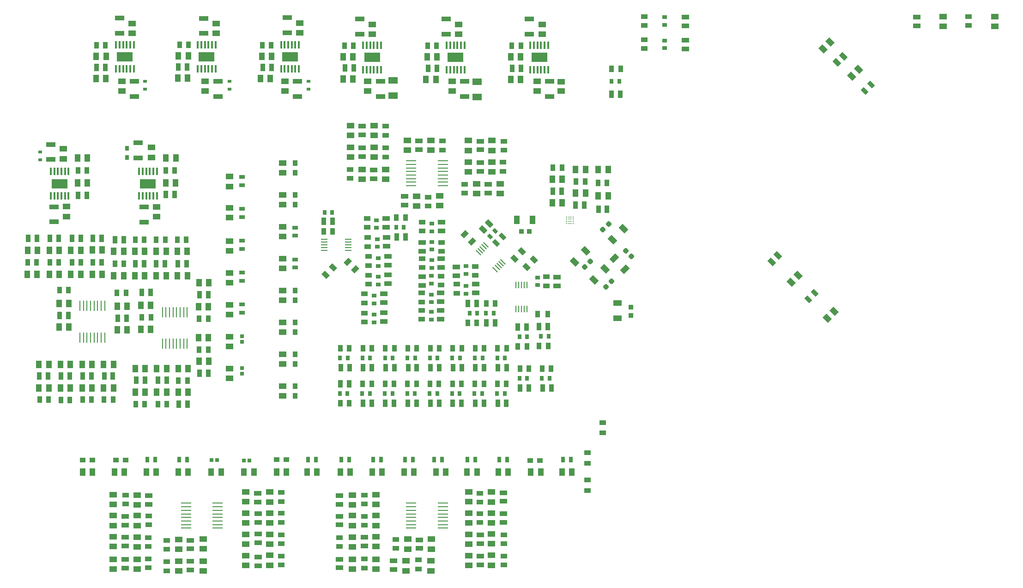
<source format=gbr>
G04*
G04 #@! TF.GenerationSoftware,Altium Limited,Altium Designer,22.4.2 (48)*
G04*
G04 Layer_Color=128*
%FSLAX25Y25*%
%MOIN*%
G70*
G04*
G04 #@! TF.SameCoordinates,2DCEC4E4-29E6-4739-8FF7-65C193B2F985*
G04*
G04*
G04 #@! TF.FilePolarity,Positive*
G04*
G01*
G75*
G04:AMPARAMS|DCode=17|XSize=50.79mil|YSize=31.89mil|CornerRadius=0mil|HoleSize=0mil|Usage=FLASHONLY|Rotation=135.000|XOffset=0mil|YOffset=0mil|HoleType=Round|Shape=Rectangle|*
%AMROTATEDRECTD17*
4,1,4,0.02923,-0.00668,0.00668,-0.02923,-0.02923,0.00668,-0.00668,0.02923,0.02923,-0.00668,0.0*
%
%ADD17ROTATEDRECTD17*%

G04:AMPARAMS|DCode=18|XSize=35.04mil|YSize=26.77mil|CornerRadius=0mil|HoleSize=0mil|Usage=FLASHONLY|Rotation=315.000|XOffset=0mil|YOffset=0mil|HoleType=Round|Shape=Rectangle|*
%AMROTATEDRECTD18*
4,1,4,-0.02185,0.00292,-0.00292,0.02185,0.02185,-0.00292,0.00292,-0.02185,-0.02185,0.00292,0.0*
%
%ADD18ROTATEDRECTD18*%

G04:AMPARAMS|DCode=19|XSize=53.94mil|YSize=36.22mil|CornerRadius=0mil|HoleSize=0mil|Usage=FLASHONLY|Rotation=315.000|XOffset=0mil|YOffset=0mil|HoleType=Round|Shape=Rectangle|*
%AMROTATEDRECTD19*
4,1,4,-0.03188,0.00626,-0.00626,0.03188,0.03188,-0.00626,0.00626,-0.03188,-0.03188,0.00626,0.0*
%
%ADD19ROTATEDRECTD19*%

%ADD25R,0.05394X0.03622*%
%ADD26R,0.05079X0.03189*%
%ADD27R,0.05315X0.04134*%
%ADD28R,0.03504X0.02677*%
%ADD75C,0.00800*%
%ADD88R,0.03150X0.03543*%
%ADD89R,0.03543X0.03937*%
%ADD90R,0.02648X0.02707*%
%ADD91R,0.03937X0.02953*%
%ADD96R,0.02953X0.03937*%
%ADD97R,0.03937X0.03543*%
%ADD98R,0.02707X0.02648*%
%ADD142R,0.02677X0.03504*%
G04:AMPARAMS|DCode=143|XSize=53.15mil|YSize=41.34mil|CornerRadius=0mil|HoleSize=0mil|Usage=FLASHONLY|Rotation=315.000|XOffset=0mil|YOffset=0mil|HoleType=Round|Shape=Rectangle|*
%AMROTATEDRECTD143*
4,1,4,-0.03341,0.00418,-0.00418,0.03341,0.03341,-0.00418,0.00418,-0.03341,-0.03341,0.00418,0.0*
%
%ADD143ROTATEDRECTD143*%

%ADD144R,0.03622X0.05394*%
%ADD145R,0.03189X0.05079*%
%ADD146O,0.00984X0.07480*%
G04:AMPARAMS|DCode=147|XSize=51.18mil|YSize=7.87mil|CornerRadius=0mil|HoleSize=0mil|Usage=FLASHONLY|Rotation=135.000|XOffset=0mil|YOffset=0mil|HoleType=Round|Shape=Rectangle|*
%AMROTATEDRECTD147*
4,1,4,0.02088,-0.01531,0.01531,-0.02088,-0.02088,0.01531,-0.01531,0.02088,0.02088,-0.01531,0.0*
%
%ADD147ROTATEDRECTD147*%

G04:AMPARAMS|DCode=148|XSize=35.43mil|YSize=34.25mil|CornerRadius=7.58mil|HoleSize=0mil|Usage=FLASHONLY|Rotation=180.000|XOffset=0mil|YOffset=0mil|HoleType=Round|Shape=RoundedRectangle|*
%AMROUNDEDRECTD148*
21,1,0.03543,0.01909,0,0,180.0*
21,1,0.02028,0.03425,0,0,180.0*
1,1,0.01516,-0.01014,0.00955*
1,1,0.01516,0.01014,0.00955*
1,1,0.01516,0.01014,-0.00955*
1,1,0.01516,-0.01014,-0.00955*
%
%ADD148ROUNDEDRECTD148*%
%ADD149R,0.06772X0.03819*%
%ADD150R,0.06693X0.04724*%
%ADD151R,0.03937X0.06102*%
%ADD152R,0.05315X0.04331*%
G04:AMPARAMS|DCode=153|XSize=51.18mil|YSize=37.4mil|CornerRadius=0mil|HoleSize=0mil|Usage=FLASHONLY|Rotation=135.000|XOffset=0mil|YOffset=0mil|HoleType=Round|Shape=Rectangle|*
%AMROTATEDRECTD153*
4,1,4,0.03132,-0.00487,0.00487,-0.03132,-0.03132,0.00487,-0.00487,0.03132,0.03132,-0.00487,0.0*
%
%ADD153ROTATEDRECTD153*%

%ADD154R,0.03150X0.02165*%
%ADD155R,0.01378X0.05217*%
%ADD156R,0.11209X0.06508*%
%ADD157O,0.07480X0.00984*%
%ADD158R,0.00787X0.05118*%
%ADD159R,0.05118X0.00787*%
%ADD160R,0.04134X0.05315*%
%ADD161R,0.05118X0.03740*%
%ADD162R,0.03740X0.05118*%
G04:AMPARAMS|DCode=163|XSize=51.18mil|YSize=37.4mil|CornerRadius=0mil|HoleSize=0mil|Usage=FLASHONLY|Rotation=225.000|XOffset=0mil|YOffset=0mil|HoleType=Round|Shape=Rectangle|*
%AMROTATEDRECTD163*
4,1,4,0.00487,0.03132,0.03132,0.00487,-0.00487,-0.03132,-0.03132,-0.00487,0.00487,0.03132,0.0*
%
%ADD163ROTATEDRECTD163*%

G04:AMPARAMS|DCode=164|XSize=35.43mil|YSize=34.25mil|CornerRadius=7.58mil|HoleSize=0mil|Usage=FLASHONLY|Rotation=45.000|XOffset=0mil|YOffset=0mil|HoleType=Round|Shape=RoundedRectangle|*
%AMROUNDEDRECTD164*
21,1,0.03543,0.01909,0,0,45.0*
21,1,0.02028,0.03425,0,0,45.0*
1,1,0.01516,0.01392,0.00042*
1,1,0.01516,-0.00042,-0.01392*
1,1,0.01516,-0.01392,-0.00042*
1,1,0.01516,0.00042,0.01392*
%
%ADD164ROUNDEDRECTD164*%
G04:AMPARAMS|DCode=165|XSize=35.43mil|YSize=34.25mil|CornerRadius=7.58mil|HoleSize=0mil|Usage=FLASHONLY|Rotation=315.000|XOffset=0mil|YOffset=0mil|HoleType=Round|Shape=RoundedRectangle|*
%AMROUNDEDRECTD165*
21,1,0.03543,0.01909,0,0,315.0*
21,1,0.02028,0.03425,0,0,315.0*
1,1,0.01516,0.00042,-0.01392*
1,1,0.01516,-0.01392,0.00042*
1,1,0.01516,-0.00042,0.01392*
1,1,0.01516,0.01392,-0.00042*
%
%ADD165ROUNDEDRECTD165*%
G04:AMPARAMS|DCode=166|XSize=35.43mil|YSize=34.25mil|CornerRadius=7.58mil|HoleSize=0mil|Usage=FLASHONLY|Rotation=270.000|XOffset=0mil|YOffset=0mil|HoleType=Round|Shape=RoundedRectangle|*
%AMROUNDEDRECTD166*
21,1,0.03543,0.01909,0,0,270.0*
21,1,0.02028,0.03425,0,0,270.0*
1,1,0.01516,-0.00955,-0.01014*
1,1,0.01516,-0.00955,0.01014*
1,1,0.01516,0.00955,0.01014*
1,1,0.01516,0.00955,-0.01014*
%
%ADD166ROUNDEDRECTD166*%
G04:AMPARAMS|DCode=167|XSize=61.02mil|YSize=39.37mil|CornerRadius=0mil|HoleSize=0mil|Usage=FLASHONLY|Rotation=135.000|XOffset=0mil|YOffset=0mil|HoleType=Round|Shape=Rectangle|*
%AMROTATEDRECTD167*
4,1,4,0.03550,-0.00766,0.00766,-0.03550,-0.03550,0.00766,-0.00766,0.03550,0.03550,-0.00766,0.0*
%
%ADD167ROTATEDRECTD167*%

G04:AMPARAMS|DCode=168|XSize=61.02mil|YSize=39.37mil|CornerRadius=0mil|HoleSize=0mil|Usage=FLASHONLY|Rotation=45.000|XOffset=0mil|YOffset=0mil|HoleType=Round|Shape=Rectangle|*
%AMROTATEDRECTD168*
4,1,4,-0.00766,-0.03550,-0.03550,-0.00766,0.00766,0.03550,0.03550,0.00766,-0.00766,-0.03550,0.0*
%
%ADD168ROTATEDRECTD168*%

%ADD169R,0.06102X0.03937*%
D17*
X578283Y219783D02*
D03*
X573717Y215217D02*
D03*
X348430Y255805D02*
D03*
X352996Y260371D02*
D03*
X614424Y365478D02*
D03*
X618989Y370044D02*
D03*
D18*
X343977Y260454D02*
D03*
X347874Y264351D02*
D03*
D19*
X551727Y246727D02*
D03*
X547273Y242273D02*
D03*
X598934Y390488D02*
D03*
X594479Y386034D02*
D03*
X343389Y269768D02*
D03*
X338934Y265314D02*
D03*
D25*
X652000Y418799D02*
D03*
Y412500D02*
D03*
X336948Y313870D02*
D03*
Y307571D02*
D03*
X342780Y291690D02*
D03*
Y297990D02*
D03*
X251757Y340018D02*
D03*
Y333719D02*
D03*
X353791Y54130D02*
D03*
Y60429D02*
D03*
X336940Y329269D02*
D03*
Y322970D02*
D03*
X353791Y75599D02*
D03*
Y69300D02*
D03*
X336948Y38850D02*
D03*
Y45150D02*
D03*
Y23359D02*
D03*
Y29658D02*
D03*
X80754Y52056D02*
D03*
Y58355D02*
D03*
X235500Y58599D02*
D03*
Y52300D02*
D03*
X253408Y36988D02*
D03*
Y43287D02*
D03*
X235500Y21300D02*
D03*
Y27599D02*
D03*
X274254Y20143D02*
D03*
Y26443D02*
D03*
X176638Y22774D02*
D03*
Y29073D02*
D03*
Y39350D02*
D03*
Y45650D02*
D03*
X127750Y19850D02*
D03*
Y26150D02*
D03*
X80759Y21162D02*
D03*
Y27461D02*
D03*
X282250Y283130D02*
D03*
Y289429D02*
D03*
X127750Y34972D02*
D03*
Y41272D02*
D03*
X293092Y41588D02*
D03*
Y35288D02*
D03*
X251750Y324370D02*
D03*
Y318071D02*
D03*
X260067Y302265D02*
D03*
Y308564D02*
D03*
X292852Y329429D02*
D03*
Y323130D02*
D03*
X235500Y67020D02*
D03*
Y73319D02*
D03*
X97662Y67020D02*
D03*
Y73319D02*
D03*
X176500Y75237D02*
D03*
Y68938D02*
D03*
X80754Y36988D02*
D03*
Y43287D02*
D03*
X176638Y53992D02*
D03*
Y60291D02*
D03*
X485049Y395941D02*
D03*
Y402240D02*
D03*
Y412350D02*
D03*
Y418650D02*
D03*
X392294Y231096D02*
D03*
X392294Y224797D02*
D03*
X333625Y226008D02*
D03*
Y219709D02*
D03*
X319750Y232250D02*
D03*
Y238549D02*
D03*
X269142Y273482D02*
D03*
Y267183D02*
D03*
X308875Y270907D02*
D03*
Y264608D02*
D03*
X267250Y219008D02*
D03*
Y212709D02*
D03*
X295202Y256053D02*
D03*
Y249753D02*
D03*
X295000Y231563D02*
D03*
Y225264D02*
D03*
X267253Y205298D02*
D03*
Y198998D02*
D03*
X269537Y259766D02*
D03*
Y253467D02*
D03*
X270250Y232624D02*
D03*
Y226325D02*
D03*
X270250Y246008D02*
D03*
Y239709D02*
D03*
X308500Y207224D02*
D03*
Y200925D02*
D03*
Y213425D02*
D03*
Y219724D02*
D03*
X308750Y244549D02*
D03*
Y238250D02*
D03*
D26*
X455250Y402457D02*
D03*
Y396000D02*
D03*
Y419165D02*
D03*
Y412709D02*
D03*
X384750Y231291D02*
D03*
X384750Y224835D02*
D03*
X319875Y219492D02*
D03*
Y225949D02*
D03*
X333500Y238766D02*
D03*
Y232309D02*
D03*
X255392Y266967D02*
D03*
Y273423D02*
D03*
X295125Y264392D02*
D03*
Y270848D02*
D03*
X253500Y212492D02*
D03*
Y218949D02*
D03*
X308952Y249813D02*
D03*
Y256269D02*
D03*
X308750Y225323D02*
D03*
Y231780D02*
D03*
X253503Y198782D02*
D03*
Y205239D02*
D03*
X255787Y253250D02*
D03*
Y259707D02*
D03*
X256500Y226108D02*
D03*
Y232565D02*
D03*
X256500Y239492D02*
D03*
Y245949D02*
D03*
X294750Y200709D02*
D03*
Y207165D02*
D03*
Y219665D02*
D03*
Y213209D02*
D03*
X295000Y244490D02*
D03*
Y238034D02*
D03*
X689221Y412640D02*
D03*
Y419097D02*
D03*
X353448Y307492D02*
D03*
Y313949D02*
D03*
X325781Y298206D02*
D03*
Y291749D02*
D03*
X268757Y333503D02*
D03*
Y339959D02*
D03*
X336791Y60508D02*
D03*
Y54051D02*
D03*
X353940Y322754D02*
D03*
Y329210D02*
D03*
X336791Y68722D02*
D03*
Y75178D02*
D03*
X353948Y45102D02*
D03*
Y38645D02*
D03*
Y29756D02*
D03*
Y23300D02*
D03*
X97819Y58815D02*
D03*
Y52359D02*
D03*
X253250Y52115D02*
D03*
Y58572D02*
D03*
X235343Y43228D02*
D03*
Y36772D02*
D03*
X253250Y27678D02*
D03*
Y21221D02*
D03*
X292254Y27021D02*
D03*
Y20565D02*
D03*
X193246Y29756D02*
D03*
Y23300D02*
D03*
Y45228D02*
D03*
Y38772D02*
D03*
X110750Y25728D02*
D03*
Y19272D02*
D03*
X97509Y21359D02*
D03*
Y27815D02*
D03*
X299250Y288933D02*
D03*
Y282476D02*
D03*
X110750Y41213D02*
D03*
Y34756D02*
D03*
X276092Y35347D02*
D03*
Y41804D02*
D03*
X268750Y317854D02*
D03*
Y324311D02*
D03*
X243067Y308781D02*
D03*
Y302324D02*
D03*
X309852Y322913D02*
D03*
Y329370D02*
D03*
X253250Y73898D02*
D03*
Y67441D02*
D03*
X80912Y73898D02*
D03*
Y67441D02*
D03*
X193246Y69273D02*
D03*
Y75730D02*
D03*
X97509Y43228D02*
D03*
Y36772D02*
D03*
X193246Y60646D02*
D03*
Y54189D02*
D03*
D27*
X671000Y419043D02*
D03*
X671000Y411957D02*
D03*
X345448Y314264D02*
D03*
Y307177D02*
D03*
X334280Y291297D02*
D03*
Y298383D02*
D03*
X260257Y340412D02*
D03*
Y333325D02*
D03*
X345041Y53736D02*
D03*
Y60823D02*
D03*
X345440Y329663D02*
D03*
Y322576D02*
D03*
X345041Y75993D02*
D03*
Y68907D02*
D03*
Y38771D02*
D03*
Y45857D02*
D03*
Y23236D02*
D03*
Y30323D02*
D03*
X89250Y51906D02*
D03*
Y58992D02*
D03*
X261750Y51906D02*
D03*
Y58992D02*
D03*
X244750Y36457D02*
D03*
Y43543D02*
D03*
Y20406D02*
D03*
Y27492D02*
D03*
X301504Y19250D02*
D03*
Y26336D02*
D03*
X184991Y23236D02*
D03*
Y30323D02*
D03*
Y38457D02*
D03*
Y45543D02*
D03*
X119250Y18957D02*
D03*
Y26043D02*
D03*
X89255Y20406D02*
D03*
Y27492D02*
D03*
X291000Y282457D02*
D03*
Y289543D02*
D03*
X119250Y41823D02*
D03*
Y34736D02*
D03*
X284592Y41981D02*
D03*
Y34895D02*
D03*
X260250Y324764D02*
D03*
Y317677D02*
D03*
X251567Y301828D02*
D03*
Y308915D02*
D03*
X301352Y329822D02*
D03*
Y322736D02*
D03*
X244750Y73934D02*
D03*
Y66847D02*
D03*
X89250D02*
D03*
Y73934D02*
D03*
X184991Y75993D02*
D03*
Y68907D02*
D03*
X89250Y36457D02*
D03*
Y43543D02*
D03*
X184991Y53736D02*
D03*
Y60823D02*
D03*
X708500Y419087D02*
D03*
Y412000D02*
D03*
X328448Y314264D02*
D03*
Y307177D02*
D03*
X351280Y291297D02*
D03*
Y298383D02*
D03*
X243257Y340412D02*
D03*
Y333325D02*
D03*
X328750Y53736D02*
D03*
Y60823D02*
D03*
X328439Y329663D02*
D03*
Y322576D02*
D03*
X328750Y76037D02*
D03*
Y68950D02*
D03*
Y22965D02*
D03*
Y30052D02*
D03*
X72004Y51906D02*
D03*
Y58992D02*
D03*
X244750D02*
D03*
Y51906D02*
D03*
X261750Y36736D02*
D03*
Y43823D02*
D03*
Y20406D02*
D03*
Y27492D02*
D03*
X283254Y26336D02*
D03*
Y19250D02*
D03*
X167746Y22965D02*
D03*
Y30052D02*
D03*
Y38457D02*
D03*
Y45543D02*
D03*
X137000Y18957D02*
D03*
Y26043D02*
D03*
X72009Y20406D02*
D03*
Y27492D02*
D03*
X307750Y282736D02*
D03*
Y289823D02*
D03*
X137000Y35016D02*
D03*
Y42102D02*
D03*
X301592Y34895D02*
D03*
Y41981D02*
D03*
X243250Y324764D02*
D03*
Y317677D02*
D03*
X268567Y301828D02*
D03*
Y308915D02*
D03*
X284352Y329822D02*
D03*
Y322736D02*
D03*
X261750Y67126D02*
D03*
Y74213D02*
D03*
X72004Y67126D02*
D03*
Y74213D02*
D03*
X167746Y76037D02*
D03*
Y68950D02*
D03*
X72004Y36736D02*
D03*
Y43823D02*
D03*
X167746Y53736D02*
D03*
Y60823D02*
D03*
X206651Y407397D02*
D03*
Y414484D02*
D03*
X85823Y407104D02*
D03*
Y414191D02*
D03*
X259129Y406501D02*
D03*
Y413588D02*
D03*
X146500Y407006D02*
D03*
Y414092D02*
D03*
X321500Y406501D02*
D03*
Y413588D02*
D03*
X381646Y406501D02*
D03*
Y413588D02*
D03*
X38437Y274886D02*
D03*
Y281973D02*
D03*
X103250Y274736D02*
D03*
Y281823D02*
D03*
X196000Y372543D02*
D03*
Y365457D02*
D03*
X78500Y372543D02*
D03*
Y365457D02*
D03*
X255629Y372588D02*
D03*
Y365501D02*
D03*
X138500Y372543D02*
D03*
Y365457D02*
D03*
X316668Y372564D02*
D03*
Y365478D02*
D03*
X378000Y372564D02*
D03*
Y365478D02*
D03*
X35937Y323693D02*
D03*
Y316606D02*
D03*
X99658Y324693D02*
D03*
Y317606D02*
D03*
X194279Y145374D02*
D03*
Y152461D02*
D03*
Y168374D02*
D03*
Y175461D02*
D03*
Y191374D02*
D03*
Y198461D02*
D03*
Y214374D02*
D03*
Y221461D02*
D03*
Y260374D02*
D03*
Y267461D02*
D03*
X155927Y250022D02*
D03*
Y257109D02*
D03*
Y204022D02*
D03*
Y211109D02*
D03*
X194279Y237374D02*
D03*
Y244461D02*
D03*
X155927Y296566D02*
D03*
Y303652D02*
D03*
Y274022D02*
D03*
Y281109D02*
D03*
X194279Y283374D02*
D03*
Y290461D02*
D03*
Y306374D02*
D03*
Y313461D02*
D03*
X155927Y158022D02*
D03*
Y165109D02*
D03*
Y181022D02*
D03*
Y188109D02*
D03*
Y234109D02*
D03*
Y227022D02*
D03*
X328750Y38457D02*
D03*
Y45543D02*
D03*
D28*
X470000Y401847D02*
D03*
Y396335D02*
D03*
X470000Y418756D02*
D03*
X470000Y413244D02*
D03*
X378258Y225331D02*
D03*
X378258Y230843D02*
D03*
X326625Y219236D02*
D03*
Y224748D02*
D03*
X326750Y239022D02*
D03*
Y233510D02*
D03*
X262142Y266711D02*
D03*
Y272223D02*
D03*
X302125Y264136D02*
D03*
Y269648D02*
D03*
X260250Y212236D02*
D03*
Y217748D02*
D03*
X301952Y251013D02*
D03*
Y256525D02*
D03*
X301750Y226524D02*
D03*
Y232035D02*
D03*
X260253Y198526D02*
D03*
Y204038D02*
D03*
X262787Y252994D02*
D03*
Y258506D02*
D03*
X263250Y225852D02*
D03*
Y231364D02*
D03*
X263250Y239236D02*
D03*
Y244748D02*
D03*
X301750Y200453D02*
D03*
Y205965D02*
D03*
Y218465D02*
D03*
Y212953D02*
D03*
X302000Y237778D02*
D03*
Y243289D02*
D03*
D75*
X404075Y274575D02*
D03*
X402500D02*
D03*
X400925Y274575D02*
D03*
X404075Y273000D02*
D03*
X402500D02*
D03*
X400925D02*
D03*
X399350D02*
D03*
X404075Y271425D02*
D03*
X402500D02*
D03*
X400925D02*
D03*
X399350D02*
D03*
X404075Y269850D02*
D03*
X402500Y269850D02*
D03*
X400925D02*
D03*
X399350Y269850D02*
D03*
Y274575D02*
D03*
D88*
X82158Y317303D02*
D03*
Y323996D02*
D03*
D89*
X203279Y306374D02*
D03*
Y313461D02*
D03*
Y145374D02*
D03*
Y152461D02*
D03*
Y168374D02*
D03*
Y175461D02*
D03*
Y191374D02*
D03*
Y198461D02*
D03*
Y214374D02*
D03*
Y221461D02*
D03*
Y283374D02*
D03*
Y290461D02*
D03*
D90*
X165000Y184476D02*
D03*
Y188524D02*
D03*
Y161476D02*
D03*
Y165524D02*
D03*
D91*
X164927Y228613D02*
D03*
Y234518D02*
D03*
X203279Y266870D02*
D03*
Y260965D02*
D03*
X164927Y257518D02*
D03*
Y251613D02*
D03*
Y211518D02*
D03*
Y205613D02*
D03*
X203279Y243870D02*
D03*
Y237965D02*
D03*
X164927Y303518D02*
D03*
Y297613D02*
D03*
Y280518D02*
D03*
Y274613D02*
D03*
D96*
X396547Y99337D02*
D03*
X402453D02*
D03*
X350547D02*
D03*
X356453D02*
D03*
X327547D02*
D03*
X333453D02*
D03*
X102453D02*
D03*
X96547D02*
D03*
X119547D02*
D03*
X125453D02*
D03*
X303547D02*
D03*
X309453D02*
D03*
X282547D02*
D03*
X288453D02*
D03*
X259547D02*
D03*
X265453D02*
D03*
X236547D02*
D03*
X242453D02*
D03*
X212547D02*
D03*
X218453D02*
D03*
D97*
X380043Y98943D02*
D03*
X372957D02*
D03*
X81043Y98972D02*
D03*
X73957D02*
D03*
X57043D02*
D03*
X49957D02*
D03*
X197043Y99337D02*
D03*
X189957D02*
D03*
D98*
X147024Y99000D02*
D03*
X142976D02*
D03*
X170500Y98654D02*
D03*
X166452D02*
D03*
D142*
X252019Y172943D02*
D03*
X257530D02*
D03*
X235812D02*
D03*
X241324D02*
D03*
X316845D02*
D03*
X322357D02*
D03*
X333051D02*
D03*
X338563D02*
D03*
X349258D02*
D03*
X354770D02*
D03*
X284432D02*
D03*
X289944D02*
D03*
X300638D02*
D03*
X306150D02*
D03*
X431744Y372500D02*
D03*
X437256D02*
D03*
X224573Y277920D02*
D03*
X230085D02*
D03*
X329211Y205000D02*
D03*
X334722D02*
D03*
X346563Y205199D02*
D03*
X341051D02*
D03*
X305965Y147087D02*
D03*
X300453D02*
D03*
X289758D02*
D03*
X284246D02*
D03*
X273552D02*
D03*
X268040D02*
D03*
X257345D02*
D03*
X251833D02*
D03*
X365347Y187993D02*
D03*
X370859D02*
D03*
X380703Y188307D02*
D03*
X386215D02*
D03*
X322171Y147087D02*
D03*
X316659D02*
D03*
X273737Y172943D02*
D03*
X268225D02*
D03*
X370799Y158087D02*
D03*
X365288D02*
D03*
X387006D02*
D03*
X381494D02*
D03*
X338378Y147087D02*
D03*
X332866D02*
D03*
X354584D02*
D03*
X349072D02*
D03*
X276228Y267000D02*
D03*
X281740D02*
D03*
X241138Y147087D02*
D03*
X235627D02*
D03*
D143*
X592506Y206505D02*
D03*
X587495Y201495D02*
D03*
X566505Y232505D02*
D03*
X561494Y227495D02*
D03*
X609887Y381074D02*
D03*
X604876Y376063D02*
D03*
X589413Y400757D02*
D03*
X584402Y395746D02*
D03*
D144*
X438150Y363000D02*
D03*
X431850D02*
D03*
X412008Y283250D02*
D03*
X405709D02*
D03*
X428512Y280000D02*
D03*
X422213D02*
D03*
X81650Y201500D02*
D03*
X75350D02*
D03*
X186222Y382443D02*
D03*
X179923D02*
D03*
X245629Y382094D02*
D03*
X239330D02*
D03*
X66400Y382549D02*
D03*
X60100D02*
D03*
X125362Y382750D02*
D03*
X119063D02*
D03*
X305775Y381932D02*
D03*
X299475D02*
D03*
X366361Y381932D02*
D03*
X360062D02*
D03*
X46787Y290000D02*
D03*
X53087D02*
D03*
X116277Y290744D02*
D03*
X109977D02*
D03*
X88850Y156658D02*
D03*
X95150D02*
D03*
X104350D02*
D03*
X110650D02*
D03*
X125650Y139500D02*
D03*
X119350D02*
D03*
X140650Y161843D02*
D03*
X134350D02*
D03*
X124929Y240750D02*
D03*
X118630D02*
D03*
X10850Y259092D02*
D03*
X17150D02*
D03*
X92701Y220000D02*
D03*
X99000D02*
D03*
X33350Y203500D02*
D03*
X39650D02*
D03*
X57350Y259092D02*
D03*
X63650D02*
D03*
X50050Y159746D02*
D03*
X56349D02*
D03*
X103071Y240750D02*
D03*
X109370D02*
D03*
X42350Y259092D02*
D03*
X48650D02*
D03*
X26350D02*
D03*
X32650D02*
D03*
X140650Y218500D02*
D03*
X134350D02*
D03*
X389471Y293254D02*
D03*
X395770D02*
D03*
X88144Y240750D02*
D03*
X94443D02*
D03*
X73350Y258092D02*
D03*
X79650D02*
D03*
X71870Y159750D02*
D03*
X65571D02*
D03*
X18850Y159746D02*
D03*
X25150D02*
D03*
X40650D02*
D03*
X34350D02*
D03*
X230479Y271420D02*
D03*
X224180Y271420D02*
D03*
X334250Y212000D02*
D03*
X327951D02*
D03*
X341524Y198199D02*
D03*
X347823D02*
D03*
X300925Y140087D02*
D03*
X307224D02*
D03*
X284719D02*
D03*
X291018D02*
D03*
X268512D02*
D03*
X274811D02*
D03*
X252306D02*
D03*
X258605D02*
D03*
X370386Y194993D02*
D03*
X364087D02*
D03*
X385742Y195307D02*
D03*
X379443D02*
D03*
X349730Y165943D02*
D03*
X356030D02*
D03*
X333524D02*
D03*
X339823D02*
D03*
X317132Y140087D02*
D03*
X323431D02*
D03*
X301111Y165943D02*
D03*
X307410D02*
D03*
X284904D02*
D03*
X291203D02*
D03*
X268698D02*
D03*
X274997D02*
D03*
X252491D02*
D03*
X258790D02*
D03*
X365760Y151087D02*
D03*
X372059D02*
D03*
X381967D02*
D03*
X388266D02*
D03*
X333338Y140087D02*
D03*
X339638D02*
D03*
X349545D02*
D03*
X355844D02*
D03*
X283000Y260250D02*
D03*
X276701D02*
D03*
X317317Y165943D02*
D03*
X323617D02*
D03*
X236099Y154087D02*
D03*
X242398D02*
D03*
X236284Y165943D02*
D03*
X242584D02*
D03*
D145*
X438228Y381500D02*
D03*
X431772D02*
D03*
X224061Y264218D02*
D03*
X230517D02*
D03*
X328010Y198000D02*
D03*
X334467D02*
D03*
X347764Y212199D02*
D03*
X341307D02*
D03*
X307165Y154087D02*
D03*
X300709D02*
D03*
X290959D02*
D03*
X284502D02*
D03*
X274752D02*
D03*
X268296D02*
D03*
X258546D02*
D03*
X252089D02*
D03*
X364146Y180993D02*
D03*
X370603D02*
D03*
X379502Y181307D02*
D03*
X385959D02*
D03*
X355971Y179943D02*
D03*
X349514D02*
D03*
X339764D02*
D03*
X333307D02*
D03*
X323372Y154087D02*
D03*
X316915D02*
D03*
X307351Y179943D02*
D03*
X300894D02*
D03*
X291144D02*
D03*
X284688D02*
D03*
X274938D02*
D03*
X268481D02*
D03*
X258731D02*
D03*
X252275D02*
D03*
X372000Y165087D02*
D03*
X365544D02*
D03*
X388207D02*
D03*
X381750D02*
D03*
X339579Y154087D02*
D03*
X333122D02*
D03*
X355785D02*
D03*
X349328D02*
D03*
X276484Y274000D02*
D03*
X282941D02*
D03*
X323557Y179943D02*
D03*
X317101D02*
D03*
X242339Y140087D02*
D03*
X235882D02*
D03*
X242525Y179943D02*
D03*
X236068D02*
D03*
X406130Y300250D02*
D03*
X412587Y300250D02*
D03*
X421996Y299250D02*
D03*
X428453Y299250D02*
D03*
X81228Y219657D02*
D03*
X74772D02*
D03*
X179702Y398493D02*
D03*
X186159D02*
D03*
X238900Y398094D02*
D03*
X245357D02*
D03*
X60022Y398549D02*
D03*
X66478D02*
D03*
X119992Y398799D02*
D03*
X126449D02*
D03*
X298897Y398026D02*
D03*
X305353D02*
D03*
X359833Y398026D02*
D03*
X366290D02*
D03*
X53027Y308244D02*
D03*
X46571D02*
D03*
X109899Y308244D02*
D03*
X116355D02*
D03*
X94728Y139342D02*
D03*
X88272D02*
D03*
X110866D02*
D03*
X104409D02*
D03*
X119134Y156500D02*
D03*
X125591D02*
D03*
X134134Y178842D02*
D03*
X140591D02*
D03*
X118413Y258250D02*
D03*
X124870D02*
D03*
X16795Y241908D02*
D03*
X10339D02*
D03*
X99217Y202157D02*
D03*
X92760D02*
D03*
X39728Y221657D02*
D03*
X33272D02*
D03*
X63728Y241908D02*
D03*
X57272D02*
D03*
X56428Y142746D02*
D03*
X49971D02*
D03*
X109587Y258250D02*
D03*
X103130D02*
D03*
X48728Y241908D02*
D03*
X42272D02*
D03*
X32728D02*
D03*
X26272D02*
D03*
X134134Y201000D02*
D03*
X140591D02*
D03*
X389530Y310254D02*
D03*
X395987Y310254D02*
D03*
X94522Y258250D02*
D03*
X88065D02*
D03*
X79728Y240908D02*
D03*
X73272D02*
D03*
X65492Y142750D02*
D03*
X71949D02*
D03*
X25366Y142746D02*
D03*
X18909D02*
D03*
X34409Y142500D02*
D03*
X40866D02*
D03*
D146*
X65957Y187583D02*
D03*
X63398D02*
D03*
X60839D02*
D03*
X58280D02*
D03*
X55721D02*
D03*
X53161D02*
D03*
X50602D02*
D03*
X48043D02*
D03*
X63398Y210417D02*
D03*
X60839D02*
D03*
X58280D02*
D03*
X55721D02*
D03*
X53161D02*
D03*
X50602D02*
D03*
X48043D02*
D03*
X65957D02*
D03*
X107543Y205917D02*
D03*
X110102D02*
D03*
X112661D02*
D03*
X115220D02*
D03*
X117780D02*
D03*
X120339D02*
D03*
X122898D02*
D03*
X125457D02*
D03*
X107543Y183083D02*
D03*
X110102D02*
D03*
X112661D02*
D03*
X115220D02*
D03*
X117780D02*
D03*
X120339D02*
D03*
X122898D02*
D03*
X125457D02*
D03*
D147*
X353424Y242123D02*
D03*
X352032Y240731D02*
D03*
X350640Y239339D02*
D03*
X349248Y237948D02*
D03*
X347856Y236556D02*
D03*
X335607Y248805D02*
D03*
X336999Y250197D02*
D03*
X338391Y251589D02*
D03*
X339783Y252980D02*
D03*
X341175Y254372D02*
D03*
D148*
X372394Y264000D02*
D03*
X366606D02*
D03*
D149*
X90158Y317217D02*
D03*
Y328083D02*
D03*
X197651Y407594D02*
D03*
Y418460D02*
D03*
X76823Y407148D02*
D03*
Y418014D02*
D03*
X250129Y406567D02*
D03*
Y417433D02*
D03*
X137500Y407049D02*
D03*
Y417915D02*
D03*
X312500Y406567D02*
D03*
Y417433D02*
D03*
X372500Y406567D02*
D03*
Y417433D02*
D03*
X29437Y271067D02*
D03*
Y281933D02*
D03*
X94342Y270917D02*
D03*
Y281783D02*
D03*
X205000Y372433D02*
D03*
Y361567D02*
D03*
X87500Y372433D02*
D03*
Y361567D02*
D03*
X265129Y372478D02*
D03*
Y361612D02*
D03*
X147605Y372433D02*
D03*
Y361567D02*
D03*
X325668Y372410D02*
D03*
Y361543D02*
D03*
X387000Y372410D02*
D03*
Y361543D02*
D03*
X26937Y326933D02*
D03*
Y316067D02*
D03*
D150*
X334668Y361009D02*
D03*
Y372033D02*
D03*
X274129Y373057D02*
D03*
Y362033D02*
D03*
D151*
X374610Y272500D02*
D03*
X363390D02*
D03*
D152*
X395246Y372230D02*
D03*
Y365537D02*
D03*
D153*
X225355Y232855D02*
D03*
X230645Y238145D02*
D03*
X370449Y238518D02*
D03*
X375738Y243808D02*
D03*
X361800Y244346D02*
D03*
X367090Y249636D02*
D03*
D154*
X19437Y315646D02*
D03*
Y321354D02*
D03*
X213000Y372354D02*
D03*
Y366646D02*
D03*
X95000Y372354D02*
D03*
Y366646D02*
D03*
X156000Y372354D02*
D03*
Y366646D02*
D03*
D155*
X103556Y289892D02*
D03*
X100997D02*
D03*
X98438D02*
D03*
X95879D02*
D03*
X93319D02*
D03*
X90760D02*
D03*
Y307309D02*
D03*
X93319D02*
D03*
X95879D02*
D03*
X98438D02*
D03*
X100997D02*
D03*
X103556D02*
D03*
X193253Y398753D02*
D03*
X195812D02*
D03*
X198372D02*
D03*
X200931D02*
D03*
X203490D02*
D03*
X206049D02*
D03*
Y381336D02*
D03*
X203490D02*
D03*
X200931D02*
D03*
X198372D02*
D03*
X195812D02*
D03*
X193253D02*
D03*
X74102Y398709D02*
D03*
X76661D02*
D03*
X79220D02*
D03*
X81779D02*
D03*
X84339D02*
D03*
X86898D02*
D03*
Y381291D02*
D03*
X84339D02*
D03*
X81779D02*
D03*
X79220D02*
D03*
X76661D02*
D03*
X74102D02*
D03*
X252511Y398358D02*
D03*
X255070D02*
D03*
X257629D02*
D03*
X260188D02*
D03*
X262747D02*
D03*
X265306D02*
D03*
Y380940D02*
D03*
X262747D02*
D03*
X260188D02*
D03*
X257629D02*
D03*
X255070D02*
D03*
X252511D02*
D03*
X133102Y398753D02*
D03*
X135661D02*
D03*
X138221D02*
D03*
X140779D02*
D03*
X143339D02*
D03*
X145898D02*
D03*
Y381336D02*
D03*
X143339D02*
D03*
X140779D02*
D03*
X138221D02*
D03*
X135661D02*
D03*
X133102D02*
D03*
X312800Y380940D02*
D03*
X315359D02*
D03*
X317918D02*
D03*
X320477D02*
D03*
X323037D02*
D03*
X325595D02*
D03*
Y398358D02*
D03*
X323037D02*
D03*
X320477D02*
D03*
X317918D02*
D03*
X315359D02*
D03*
X312800D02*
D03*
X373164Y380940D02*
D03*
X375723D02*
D03*
X378282D02*
D03*
X380841D02*
D03*
X383400D02*
D03*
X385959D02*
D03*
Y398358D02*
D03*
X383400D02*
D03*
X380841D02*
D03*
X378282D02*
D03*
X375723D02*
D03*
X373164D02*
D03*
X39835Y289892D02*
D03*
X37276D02*
D03*
X34716D02*
D03*
X32157D02*
D03*
X29598D02*
D03*
X27039D02*
D03*
Y307309D02*
D03*
X29598D02*
D03*
X32157D02*
D03*
X34716D02*
D03*
X37276D02*
D03*
X39835D02*
D03*
D156*
X97158Y298601D02*
D03*
X199651Y390045D02*
D03*
X80500Y390000D02*
D03*
X258908Y389649D02*
D03*
X139500Y390045D02*
D03*
X319198Y389649D02*
D03*
X379562Y389649D02*
D03*
X33437Y298601D02*
D03*
D157*
X287185Y297122D02*
D03*
Y299681D02*
D03*
Y302240D02*
D03*
Y304799D02*
D03*
Y307358D02*
D03*
Y309917D02*
D03*
Y312476D02*
D03*
Y315035D02*
D03*
X310020Y297122D02*
D03*
Y299681D02*
D03*
Y302240D02*
D03*
Y304799D02*
D03*
Y307358D02*
D03*
Y309917D02*
D03*
Y312476D02*
D03*
Y315035D02*
D03*
X310008Y67957D02*
D03*
Y65398D02*
D03*
Y62839D02*
D03*
Y60280D02*
D03*
Y57721D02*
D03*
Y55161D02*
D03*
Y52602D02*
D03*
Y50043D02*
D03*
X287173Y67957D02*
D03*
Y65398D02*
D03*
Y62839D02*
D03*
Y60280D02*
D03*
Y57721D02*
D03*
Y55161D02*
D03*
Y52602D02*
D03*
Y50043D02*
D03*
X147417Y67957D02*
D03*
Y65398D02*
D03*
Y62839D02*
D03*
Y60280D02*
D03*
Y57721D02*
D03*
Y55161D02*
D03*
Y52602D02*
D03*
Y50043D02*
D03*
X124583Y67957D02*
D03*
Y65398D02*
D03*
Y62839D02*
D03*
Y60280D02*
D03*
Y57721D02*
D03*
Y55161D02*
D03*
Y52602D02*
D03*
Y50043D02*
D03*
D158*
X370569Y225563D02*
D03*
X368601D02*
D03*
X366632D02*
D03*
X364664D02*
D03*
X362695D02*
D03*
Y208240D02*
D03*
X364664D02*
D03*
X366632D02*
D03*
X368601D02*
D03*
X370569D02*
D03*
D159*
X241823Y258405D02*
D03*
X241823Y256437D02*
D03*
Y254468D02*
D03*
Y252500D02*
D03*
X241823Y250532D02*
D03*
X224500Y250532D02*
D03*
Y252500D02*
D03*
Y254468D02*
D03*
Y256437D02*
D03*
X224500Y258405D02*
D03*
D160*
X412902Y291750D02*
D03*
X405815D02*
D03*
X429264Y289750D02*
D03*
X422177Y289750D02*
D03*
X82043Y210147D02*
D03*
X74957D02*
D03*
X186474Y390440D02*
D03*
X179387D02*
D03*
X245172Y390045D02*
D03*
X238086D02*
D03*
X66913Y390497D02*
D03*
X59827D02*
D03*
X126264Y390747D02*
D03*
X119177D02*
D03*
X305668Y389976D02*
D03*
X298582D02*
D03*
X366105Y389976D02*
D03*
X359018D02*
D03*
X46394Y299244D02*
D03*
X53480D02*
D03*
X117170Y299244D02*
D03*
X110084D02*
D03*
X87957Y148000D02*
D03*
X95043D02*
D03*
X103457D02*
D03*
X110543D02*
D03*
X126043D02*
D03*
X118957D02*
D03*
X141043Y170500D02*
D03*
X133957D02*
D03*
X125323Y249750D02*
D03*
X118236D02*
D03*
X10244Y250500D02*
D03*
X17331D02*
D03*
X91945Y210647D02*
D03*
X99032D02*
D03*
X32913Y212147D02*
D03*
X40000D02*
D03*
X56957Y250750D02*
D03*
X64043D02*
D03*
X49656Y151246D02*
D03*
X56743D02*
D03*
X103177Y249750D02*
D03*
X110264D02*
D03*
X41457Y250500D02*
D03*
X48543D02*
D03*
X25957D02*
D03*
X33043D02*
D03*
X140823Y209750D02*
D03*
X133736D02*
D03*
X389077Y301754D02*
D03*
X396164Y301754D02*
D03*
X87750Y249750D02*
D03*
X94837D02*
D03*
X72457D02*
D03*
X79543D02*
D03*
X72264Y151250D02*
D03*
X65177D02*
D03*
X18457Y151246D02*
D03*
X25543D02*
D03*
X33957D02*
D03*
X41043D02*
D03*
X412902Y308750D02*
D03*
X405815D02*
D03*
X429264Y308750D02*
D03*
X422177Y308750D02*
D03*
X82043Y193000D02*
D03*
X74957D02*
D03*
X185474Y374493D02*
D03*
X178387D02*
D03*
X245172Y374094D02*
D03*
X238086D02*
D03*
X66793Y374549D02*
D03*
X59707D02*
D03*
X125764Y374799D02*
D03*
X118677D02*
D03*
X304948Y373750D02*
D03*
X297861D02*
D03*
X366095Y373750D02*
D03*
X359008D02*
D03*
X46394Y317150D02*
D03*
X53480D02*
D03*
X117245Y317150D02*
D03*
X110158D02*
D03*
X87957Y165000D02*
D03*
X95043D02*
D03*
X103457D02*
D03*
X110543D02*
D03*
X126043D02*
D03*
X118957D02*
D03*
X140823Y187500D02*
D03*
X133736D02*
D03*
X125602Y232250D02*
D03*
X118516D02*
D03*
X10024Y233250D02*
D03*
X17110D02*
D03*
X91945Y193500D02*
D03*
X99032D02*
D03*
X32898Y195000D02*
D03*
X39984D02*
D03*
X56957Y233250D02*
D03*
X64043D02*
D03*
X49656Y168246D02*
D03*
X56743D02*
D03*
X103177Y232250D02*
D03*
X110264D02*
D03*
X41457Y233250D02*
D03*
X48543D02*
D03*
X25957D02*
D03*
X33043D02*
D03*
X141043Y227250D02*
D03*
X133957D02*
D03*
X389077Y284754D02*
D03*
X396164Y284754D02*
D03*
X87750Y232250D02*
D03*
X94837D02*
D03*
X72457Y232250D02*
D03*
X79543D02*
D03*
X72264Y168250D02*
D03*
X65177D02*
D03*
X18457Y168246D02*
D03*
X25543D02*
D03*
X33957D02*
D03*
X41043D02*
D03*
X380587Y90337D02*
D03*
X373500D02*
D03*
X403043D02*
D03*
X395957D02*
D03*
X357043D02*
D03*
X349957D02*
D03*
X334543D02*
D03*
X327457D02*
D03*
X72957D02*
D03*
X80043D02*
D03*
X149923D02*
D03*
X142836D02*
D03*
X173587D02*
D03*
X166500D02*
D03*
X95957D02*
D03*
X103043D02*
D03*
X126043D02*
D03*
X118957D02*
D03*
X312043D02*
D03*
X304957D02*
D03*
X49957D02*
D03*
X57043D02*
D03*
X197043D02*
D03*
X189957D02*
D03*
X289043D02*
D03*
X281957D02*
D03*
X266043D02*
D03*
X258957D02*
D03*
X243043D02*
D03*
X235957D02*
D03*
X219043D02*
D03*
X211957D02*
D03*
D161*
X414500Y77260D02*
D03*
Y84740D02*
D03*
X425500Y126240D02*
D03*
Y118760D02*
D03*
X414500Y96834D02*
D03*
X414500Y104315D02*
D03*
D162*
X378260Y204500D02*
D03*
X385740D02*
D03*
D163*
X241355Y242145D02*
D03*
X246645Y236855D02*
D03*
X331035Y256944D02*
D03*
X325746Y262233D02*
D03*
D164*
X425454Y265454D02*
D03*
X429546Y269546D02*
D03*
X416516Y242438D02*
D03*
X412424Y238346D02*
D03*
X431784Y228101D02*
D03*
X427692Y224008D02*
D03*
D165*
X441954Y250046D02*
D03*
X446046Y245954D02*
D03*
D166*
X445822Y209394D02*
D03*
Y203606D02*
D03*
D167*
X440467Y265967D02*
D03*
X432533Y258033D02*
D03*
X404948Y242184D02*
D03*
X412882Y250118D02*
D03*
X426881Y237088D02*
D03*
X418947Y229154D02*
D03*
D168*
X441541Y236800D02*
D03*
X433606Y244734D02*
D03*
D169*
X436000Y201390D02*
D03*
Y212610D02*
D03*
M02*

</source>
